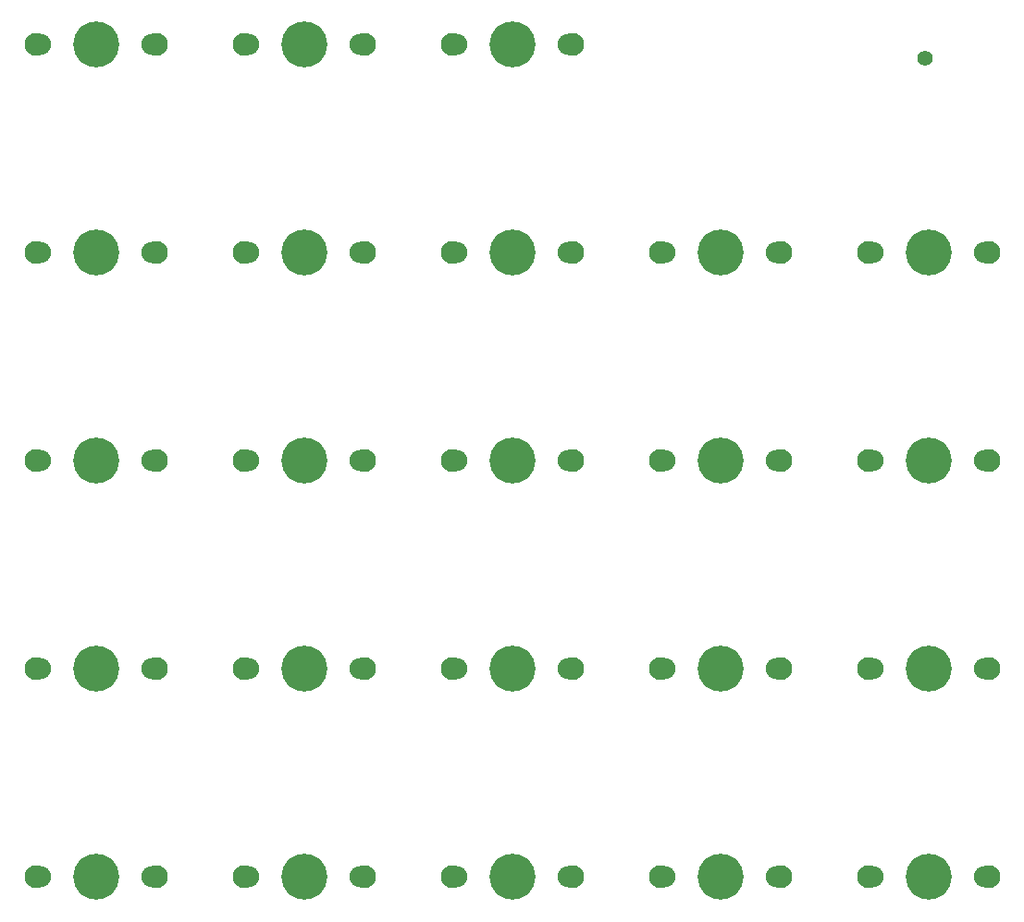
<source format=gts>
G04 #@! TF.GenerationSoftware,KiCad,Pcbnew,(5.1.2)-2*
G04 #@! TF.CreationDate,2020-05-17T13:13:39+09:00*
G04 #@! TF.ProjectId,_5x4+3______Ver1.03,e6357834-2b33-4adf-9cdc-fcc95f566572,rev?*
G04 #@! TF.SameCoordinates,Original*
G04 #@! TF.FileFunction,Soldermask,Top*
G04 #@! TF.FilePolarity,Negative*
%FSLAX46Y46*%
G04 Gerber Fmt 4.6, Leading zero omitted, Abs format (unit mm)*
G04 Created by KiCad (PCBNEW (5.1.2)-2) date 2020-05-17 13:13:39*
%MOMM*%
%LPD*%
G04 APERTURE LIST*
%ADD10C,1.900000*%
%ADD11C,2.100000*%
%ADD12C,4.200000*%
%ADD13C,1.400000*%
G04 APERTURE END LIST*
D10*
X14580000Y45600000D03*
X4420000Y45600000D03*
D11*
X15000000Y45600000D03*
X4000000Y45600000D03*
D12*
X9500000Y45600000D03*
D10*
X71730000Y64650000D03*
X61570000Y64650000D03*
D11*
X72150000Y64650000D03*
X61150000Y64650000D03*
D12*
X66650000Y64650000D03*
D10*
X52680000Y64650000D03*
X42520000Y64650000D03*
D11*
X53100000Y64650000D03*
X42100000Y64650000D03*
D12*
X47600000Y64650000D03*
D10*
X33630000Y64650000D03*
X23470000Y64650000D03*
D11*
X34050000Y64650000D03*
X23050000Y64650000D03*
D12*
X28550000Y64650000D03*
D10*
X14580000Y64650000D03*
X4420000Y64650000D03*
D11*
X15000000Y64650000D03*
X4000000Y64650000D03*
D12*
X9500000Y64650000D03*
D10*
X14580000Y83700000D03*
X4420000Y83700000D03*
D11*
X15000000Y83700000D03*
X4000000Y83700000D03*
D12*
X9500000Y83700000D03*
D10*
X14580000Y26550000D03*
X4420000Y26550000D03*
D11*
X15000000Y26550000D03*
X4000000Y26550000D03*
D12*
X9500000Y26550000D03*
D10*
X14580000Y7500000D03*
X4420000Y7500000D03*
D11*
X15000000Y7500000D03*
X4000000Y7500000D03*
D12*
X9500000Y7500000D03*
D10*
X33630000Y83700000D03*
X23470000Y83700000D03*
D11*
X34050000Y83700000D03*
X23050000Y83700000D03*
D12*
X28550000Y83700000D03*
D10*
X33630000Y45600000D03*
X23470000Y45600000D03*
D11*
X34050000Y45600000D03*
X23050000Y45600000D03*
D12*
X28550000Y45600000D03*
D10*
X33630000Y26550000D03*
X23470000Y26550000D03*
D11*
X34050000Y26550000D03*
X23050000Y26550000D03*
D12*
X28550000Y26550000D03*
D10*
X33630000Y7500000D03*
X23470000Y7500000D03*
D11*
X34050000Y7500000D03*
X23050000Y7500000D03*
D12*
X28550000Y7500000D03*
D10*
X52680000Y83700000D03*
X42520000Y83700000D03*
D11*
X53100000Y83700000D03*
X42100000Y83700000D03*
D12*
X47600000Y83700000D03*
D10*
X52680000Y45600000D03*
X42520000Y45600000D03*
D11*
X53100000Y45600000D03*
X42100000Y45600000D03*
D12*
X47600000Y45600000D03*
D10*
X52680000Y26550000D03*
X42520000Y26550000D03*
D11*
X53100000Y26550000D03*
X42100000Y26550000D03*
D12*
X47600000Y26550000D03*
D10*
X52680000Y7500000D03*
X42520000Y7500000D03*
D11*
X53100000Y7500000D03*
X42100000Y7500000D03*
D12*
X47600000Y7500000D03*
D10*
X71730000Y45600000D03*
X61570000Y45600000D03*
D11*
X72150000Y45600000D03*
X61150000Y45600000D03*
D12*
X66650000Y45600000D03*
D10*
X71730000Y26550000D03*
X61570000Y26550000D03*
D11*
X72150000Y26550000D03*
X61150000Y26550000D03*
D12*
X66650000Y26550000D03*
D10*
X71730000Y7500000D03*
X61570000Y7500000D03*
D11*
X72150000Y7500000D03*
X61150000Y7500000D03*
D12*
X66650000Y7500000D03*
D10*
X90780000Y64650000D03*
X80620000Y64650000D03*
D11*
X91200000Y64650000D03*
X80200000Y64650000D03*
D12*
X85700000Y64650000D03*
D10*
X90780000Y45600000D03*
X80620000Y45600000D03*
D11*
X91200000Y45600000D03*
X80200000Y45600000D03*
D12*
X85700000Y45600000D03*
D10*
X90780000Y26550000D03*
X80620000Y26550000D03*
D11*
X91200000Y26550000D03*
X80200000Y26550000D03*
D12*
X85700000Y26550000D03*
D10*
X90780000Y7500000D03*
X80620000Y7500000D03*
D11*
X91200000Y7500000D03*
X80200000Y7500000D03*
D12*
X85700000Y7500000D03*
D13*
X85400000Y82450000D03*
M02*

</source>
